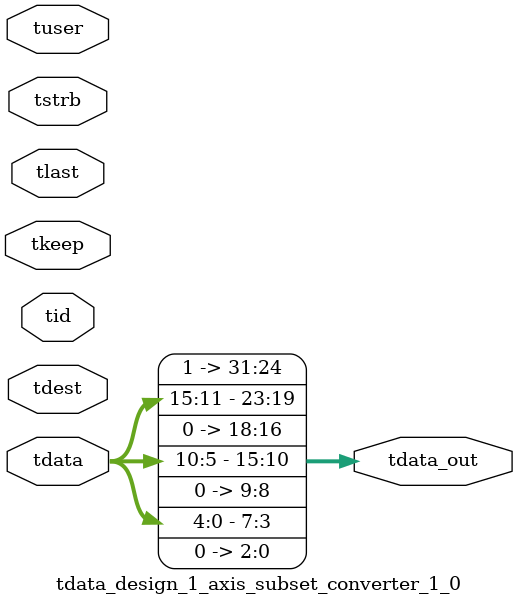
<source format=v>


`timescale 1ps/1ps

module tdata_design_1_axis_subset_converter_1_0 #
(
parameter C_S_AXIS_TDATA_WIDTH = 32,
parameter C_S_AXIS_TUSER_WIDTH = 0,
parameter C_S_AXIS_TID_WIDTH   = 0,
parameter C_S_AXIS_TDEST_WIDTH = 0,
parameter C_M_AXIS_TDATA_WIDTH = 32
)
(
input  [(C_S_AXIS_TDATA_WIDTH == 0 ? 1 : C_S_AXIS_TDATA_WIDTH)-1:0     ] tdata,
input  [(C_S_AXIS_TUSER_WIDTH == 0 ? 1 : C_S_AXIS_TUSER_WIDTH)-1:0     ] tuser,
input  [(C_S_AXIS_TID_WIDTH   == 0 ? 1 : C_S_AXIS_TID_WIDTH)-1:0       ] tid,
input  [(C_S_AXIS_TDEST_WIDTH == 0 ? 1 : C_S_AXIS_TDEST_WIDTH)-1:0     ] tdest,
input  [(C_S_AXIS_TDATA_WIDTH/8)-1:0 ] tkeep,
input  [(C_S_AXIS_TDATA_WIDTH/8)-1:0 ] tstrb,
input                                                                    tlast,
output [C_M_AXIS_TDATA_WIDTH-1:0] tdata_out
);

assign tdata_out = {8'b11111111,tdata[15:11],3'b000,tdata[10:5],2'b00,tdata[4:0],3'b000};

endmodule


</source>
